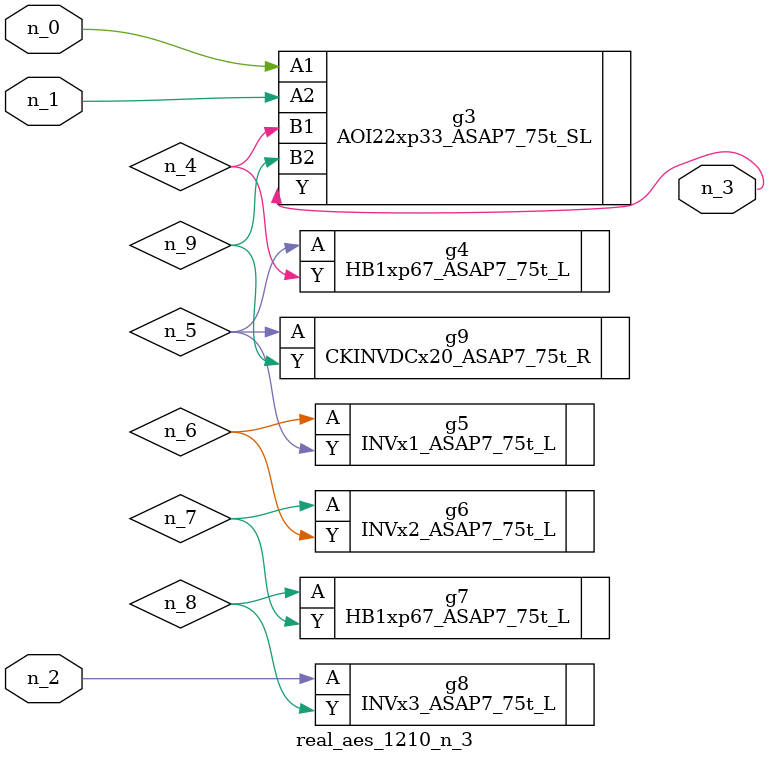
<source format=v>
module real_aes_1210_n_3 (n_0, n_2, n_1, n_3);
input n_0;
input n_2;
input n_1;
output n_3;
wire n_4;
wire n_5;
wire n_7;
wire n_9;
wire n_6;
wire n_8;
AOI22xp33_ASAP7_75t_SL g3 ( .A1(n_0), .A2(n_1), .B1(n_4), .B2(n_9), .Y(n_3) );
INVx3_ASAP7_75t_L g8 ( .A(n_2), .Y(n_8) );
HB1xp67_ASAP7_75t_L g4 ( .A(n_5), .Y(n_4) );
CKINVDCx20_ASAP7_75t_R g9 ( .A(n_5), .Y(n_9) );
INVx1_ASAP7_75t_L g5 ( .A(n_6), .Y(n_5) );
INVx2_ASAP7_75t_L g6 ( .A(n_7), .Y(n_6) );
HB1xp67_ASAP7_75t_L g7 ( .A(n_8), .Y(n_7) );
endmodule
</source>
